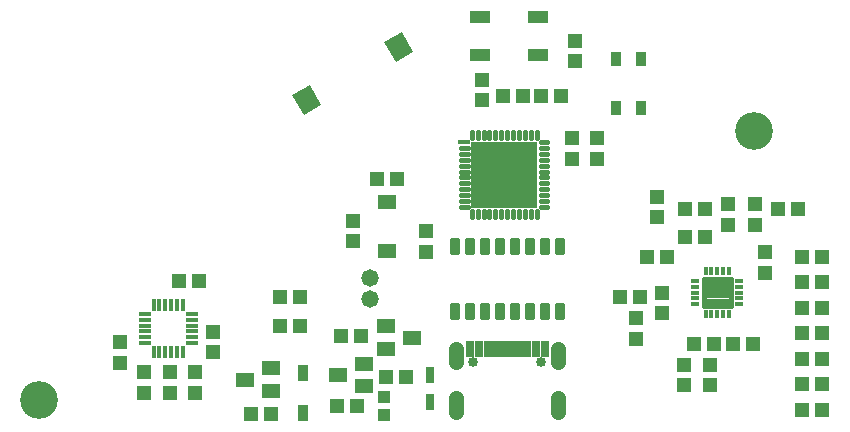
<source format=gbr>
G04 EAGLE Gerber RS-274X export*
G75*
%MOMM*%
%FSLAX34Y34*%
%LPD*%
%INSoldermask Top*%
%IPPOS*%
%AMOC8*
5,1,8,0,0,1.08239X$1,22.5*%
G01*
%ADD10C,3.203200*%
%ADD11R,1.203200X1.303200*%
%ADD12R,1.303200X1.203200*%
%ADD13R,0.723200X1.313200*%
%ADD14R,0.933200X1.413200*%
%ADD15R,1.703200X2.003200*%
%ADD16C,1.311200*%
%ADD17C,0.853200*%
%ADD18R,0.803200X1.353200*%
%ADD19R,0.503200X1.353200*%
%ADD20R,1.603200X1.203200*%
%ADD21R,1.603200X1.153200*%
%ADD22R,0.703200X0.453200*%
%ADD23R,0.453200X0.703200*%
%ADD24C,0.459544*%
%ADD25R,0.993200X0.463200*%
%ADD26R,0.463200X0.993200*%
%ADD27C,0.362206*%
%ADD28R,1.703200X1.103200*%
%ADD29C,1.473200*%
%ADD30R,0.853200X1.253200*%
%ADD31R,0.988200X0.445200*%
%ADD32C,0.445200*%
%ADD33R,5.703200X5.703200*%
%ADD34R,1.003200X1.003200*%


D10*
X-400201Y27035D03*
X205000Y255000D03*
D11*
X214630Y135010D03*
X214630Y152010D03*
X182880Y175650D03*
X182880Y192650D03*
X123190Y199000D03*
X123190Y182000D03*
X105410Y96130D03*
X105410Y79130D03*
X146050Y56760D03*
X146050Y39760D03*
X50800Y248530D03*
X50800Y231530D03*
X72390Y248530D03*
X72390Y231530D03*
X-72390Y169790D03*
X-72390Y152790D03*
X-134620Y178680D03*
X-134620Y161680D03*
X-25400Y281060D03*
X-25400Y298060D03*
X-267970Y50410D03*
X-267970Y33410D03*
D12*
X-281550Y128270D03*
X-264550Y128270D03*
D11*
X-289560Y50410D03*
X-289560Y33410D03*
X-252730Y67700D03*
X-252730Y84700D03*
D12*
X262500Y62230D03*
X245500Y62230D03*
D11*
X205740Y175650D03*
X205740Y192650D03*
D13*
X-68910Y25350D03*
X-68910Y48650D03*
D14*
X-176530Y49820D03*
X-176530Y16220D03*
D15*
G36*
X-108032Y330446D02*
X-93282Y338962D01*
X-83266Y321614D01*
X-98016Y313098D01*
X-108032Y330446D01*
G37*
G36*
X-185974Y285446D02*
X-171224Y293962D01*
X-161208Y276614D01*
X-175958Y268098D01*
X-185974Y285446D01*
G37*
D16*
X-47010Y28400D02*
X-47010Y17320D01*
X39390Y17320D02*
X39390Y28400D01*
X-47010Y59120D02*
X-47010Y70200D01*
X39390Y70200D02*
X39390Y59120D01*
D17*
X25090Y59660D03*
X-32710Y59660D03*
D18*
X-35810Y70410D03*
X28190Y70410D03*
X-27810Y70410D03*
X20190Y70410D03*
D19*
X-1310Y70410D03*
X-6310Y70410D03*
X3690Y70410D03*
X8690Y70410D03*
X13690Y70410D03*
X-11310Y70410D03*
X-16310Y70410D03*
X-21310Y70410D03*
D20*
X-203630Y34950D03*
X-203630Y53950D03*
X-225630Y44450D03*
D12*
X-311150Y33410D03*
X-311150Y50410D03*
X-331470Y58810D03*
X-331470Y75810D03*
D11*
X-179460Y90170D03*
X-196460Y90170D03*
X-196460Y114300D03*
X-179460Y114300D03*
X-220590Y15240D03*
X-203590Y15240D03*
X245500Y40640D03*
X262500Y40640D03*
X242180Y189230D03*
X225180Y189230D03*
X245500Y19050D03*
X262500Y19050D03*
X245500Y83820D03*
X262500Y83820D03*
X245500Y148590D03*
X262500Y148590D03*
X245500Y127000D03*
X262500Y127000D03*
X163440Y189230D03*
X146440Y189230D03*
X187080Y74930D03*
X204080Y74930D03*
X163440Y165100D03*
X146440Y165100D03*
X131690Y148590D03*
X114690Y148590D03*
X91830Y114300D03*
X108830Y114300D03*
D12*
X127000Y117720D03*
X127000Y100720D03*
X167640Y56760D03*
X167640Y39760D03*
D11*
X171060Y74930D03*
X154060Y74930D03*
X245500Y105410D03*
X262500Y105410D03*
X41520Y284480D03*
X24520Y284480D03*
X-7230Y284480D03*
X9770Y284480D03*
X-113910Y214630D03*
X-96910Y214630D03*
X-89290Y46990D03*
X-106290Y46990D03*
X-144390Y81280D03*
X-127390Y81280D03*
D12*
X53340Y314080D03*
X53340Y331080D03*
D21*
X-105410Y194740D03*
X-105410Y153240D03*
D20*
X-124890Y38760D03*
X-146890Y48260D03*
X-124890Y57760D03*
X-106250Y89510D03*
X-84250Y80010D03*
X-106250Y70510D03*
D22*
X192490Y108110D03*
X192490Y113110D03*
X192490Y118110D03*
X192490Y123110D03*
X192490Y128110D03*
D23*
X183990Y136610D03*
X178990Y136610D03*
X173990Y136610D03*
X168990Y136610D03*
X163990Y136610D03*
D22*
X155490Y128110D03*
X155490Y123110D03*
X155490Y118110D03*
X155490Y113110D03*
X155490Y108110D03*
D23*
X163990Y99610D03*
X168990Y99610D03*
X173990Y99610D03*
X178990Y99610D03*
X183990Y99610D03*
D24*
X185209Y129329D02*
X162771Y129329D01*
X185209Y129329D02*
X185209Y106891D01*
X162771Y106891D01*
X162771Y129329D01*
X162771Y111256D02*
X185209Y111256D01*
X185209Y115621D02*
X162771Y115621D01*
X162771Y119986D02*
X185209Y119986D01*
X185209Y124351D02*
X162771Y124351D01*
X162771Y128716D02*
X185209Y128716D01*
D25*
X-310530Y100130D03*
X-310530Y95130D03*
X-310530Y90130D03*
X-310530Y85130D03*
X-310530Y80130D03*
X-310530Y75130D03*
D26*
X-303330Y67930D03*
X-298330Y67930D03*
X-293330Y67930D03*
X-288330Y67930D03*
X-283330Y67930D03*
X-278330Y67930D03*
D25*
X-271130Y75130D03*
X-271130Y80130D03*
X-271130Y85130D03*
X-271130Y90130D03*
X-271130Y95130D03*
X-271130Y100130D03*
D26*
X-278330Y107330D03*
X-283330Y107330D03*
X-288330Y107330D03*
X-293330Y107330D03*
X-298330Y107330D03*
X-303330Y107330D03*
D27*
X-45955Y107795D02*
X-45955Y96285D01*
X-50565Y96285D01*
X-50565Y107795D01*
X-45955Y107795D01*
X-45955Y99726D02*
X-50565Y99726D01*
X-50565Y103167D02*
X-45955Y103167D01*
X-45955Y106608D02*
X-50565Y106608D01*
X-33255Y107795D02*
X-33255Y96285D01*
X-37865Y96285D01*
X-37865Y107795D01*
X-33255Y107795D01*
X-33255Y99726D02*
X-37865Y99726D01*
X-37865Y103167D02*
X-33255Y103167D01*
X-33255Y106608D02*
X-37865Y106608D01*
X-20555Y107795D02*
X-20555Y96285D01*
X-25165Y96285D01*
X-25165Y107795D01*
X-20555Y107795D01*
X-20555Y99726D02*
X-25165Y99726D01*
X-25165Y103167D02*
X-20555Y103167D01*
X-20555Y106608D02*
X-25165Y106608D01*
X-7855Y107795D02*
X-7855Y96285D01*
X-12465Y96285D01*
X-12465Y107795D01*
X-7855Y107795D01*
X-7855Y99726D02*
X-12465Y99726D01*
X-12465Y103167D02*
X-7855Y103167D01*
X-7855Y106608D02*
X-12465Y106608D01*
X4845Y107795D02*
X4845Y96285D01*
X235Y96285D01*
X235Y107795D01*
X4845Y107795D01*
X4845Y99726D02*
X235Y99726D01*
X235Y103167D02*
X4845Y103167D01*
X4845Y106608D02*
X235Y106608D01*
X17545Y107795D02*
X17545Y96285D01*
X12935Y96285D01*
X12935Y107795D01*
X17545Y107795D01*
X17545Y99726D02*
X12935Y99726D01*
X12935Y103167D02*
X17545Y103167D01*
X17545Y106608D02*
X12935Y106608D01*
X30245Y107795D02*
X30245Y96285D01*
X25635Y96285D01*
X25635Y107795D01*
X30245Y107795D01*
X30245Y99726D02*
X25635Y99726D01*
X25635Y103167D02*
X30245Y103167D01*
X30245Y106608D02*
X25635Y106608D01*
X42945Y107795D02*
X42945Y96285D01*
X38335Y96285D01*
X38335Y107795D01*
X42945Y107795D01*
X42945Y99726D02*
X38335Y99726D01*
X38335Y103167D02*
X42945Y103167D01*
X42945Y106608D02*
X38335Y106608D01*
X42945Y151285D02*
X42945Y162795D01*
X42945Y151285D02*
X38335Y151285D01*
X38335Y162795D01*
X42945Y162795D01*
X42945Y154726D02*
X38335Y154726D01*
X38335Y158167D02*
X42945Y158167D01*
X42945Y161608D02*
X38335Y161608D01*
X30245Y162795D02*
X30245Y151285D01*
X25635Y151285D01*
X25635Y162795D01*
X30245Y162795D01*
X30245Y154726D02*
X25635Y154726D01*
X25635Y158167D02*
X30245Y158167D01*
X30245Y161608D02*
X25635Y161608D01*
X17545Y162795D02*
X17545Y151285D01*
X12935Y151285D01*
X12935Y162795D01*
X17545Y162795D01*
X17545Y154726D02*
X12935Y154726D01*
X12935Y158167D02*
X17545Y158167D01*
X17545Y161608D02*
X12935Y161608D01*
X4845Y162795D02*
X4845Y151285D01*
X235Y151285D01*
X235Y162795D01*
X4845Y162795D01*
X4845Y154726D02*
X235Y154726D01*
X235Y158167D02*
X4845Y158167D01*
X4845Y161608D02*
X235Y161608D01*
X-7855Y162795D02*
X-7855Y151285D01*
X-12465Y151285D01*
X-12465Y162795D01*
X-7855Y162795D01*
X-7855Y154726D02*
X-12465Y154726D01*
X-12465Y158167D02*
X-7855Y158167D01*
X-7855Y161608D02*
X-12465Y161608D01*
X-20555Y162795D02*
X-20555Y151285D01*
X-25165Y151285D01*
X-25165Y162795D01*
X-20555Y162795D01*
X-20555Y154726D02*
X-25165Y154726D01*
X-25165Y158167D02*
X-20555Y158167D01*
X-20555Y161608D02*
X-25165Y161608D01*
X-33255Y162795D02*
X-33255Y151285D01*
X-37865Y151285D01*
X-37865Y162795D01*
X-33255Y162795D01*
X-33255Y154726D02*
X-37865Y154726D01*
X-37865Y158167D02*
X-33255Y158167D01*
X-33255Y161608D02*
X-37865Y161608D01*
X-45955Y162795D02*
X-45955Y151285D01*
X-50565Y151285D01*
X-50565Y162795D01*
X-45955Y162795D01*
X-45955Y154726D02*
X-50565Y154726D01*
X-50565Y158167D02*
X-45955Y158167D01*
X-45955Y161608D02*
X-50565Y161608D01*
D28*
X21960Y318780D03*
X21960Y351780D03*
X-27040Y351780D03*
X-27040Y318780D03*
D29*
X-120106Y112334D03*
X-120084Y130576D03*
D30*
X109299Y315873D03*
X109299Y274373D03*
X87799Y315873D03*
X87799Y274373D03*
D31*
X-40099Y245493D03*
D32*
X-42814Y240493D02*
X-37384Y240493D01*
X-37384Y235493D02*
X-42814Y235493D01*
X-42814Y230493D02*
X-37384Y230493D01*
X-37384Y225493D02*
X-42814Y225493D01*
X-42814Y220493D02*
X-37384Y220493D01*
X-37384Y215493D02*
X-42814Y215493D01*
X-42814Y210493D02*
X-37384Y210493D01*
X-37384Y205493D02*
X-42814Y205493D01*
X-42814Y200493D02*
X-37384Y200493D01*
X-37384Y195493D02*
X-42814Y195493D01*
X-42814Y190493D02*
X-37384Y190493D01*
X24446Y190493D02*
X29876Y190493D01*
X29876Y195493D02*
X24446Y195493D01*
X24446Y200493D02*
X29876Y200493D01*
X29876Y205493D02*
X24446Y205493D01*
X24446Y210493D02*
X29876Y210493D01*
X29876Y215493D02*
X24446Y215493D01*
X24446Y220493D02*
X29876Y220493D01*
X29876Y225493D02*
X24446Y225493D01*
X24446Y230493D02*
X29876Y230493D01*
X29876Y235493D02*
X24446Y235493D01*
X24446Y240493D02*
X29876Y240493D01*
X29876Y245493D02*
X24446Y245493D01*
X-33969Y187078D02*
X-33969Y181648D01*
X-28969Y181648D02*
X-28969Y187078D01*
X-23969Y187078D02*
X-23969Y181648D01*
X-18969Y181648D02*
X-18969Y187078D01*
X-13969Y187078D02*
X-13969Y181648D01*
X-8969Y181648D02*
X-8969Y187078D01*
X-3969Y187078D02*
X-3969Y181648D01*
X1031Y181648D02*
X1031Y187078D01*
X6031Y187078D02*
X6031Y181648D01*
X11031Y181648D02*
X11031Y187078D01*
X16031Y187078D02*
X16031Y181648D01*
X21031Y181648D02*
X21031Y187078D01*
X21031Y248908D02*
X21031Y254338D01*
X16031Y254338D02*
X16031Y248908D01*
X11031Y248908D02*
X11031Y254338D01*
X6031Y254338D02*
X6031Y248908D01*
X1031Y248908D02*
X1031Y254338D01*
X-3969Y254338D02*
X-3969Y248908D01*
X-8969Y248908D02*
X-8969Y254338D01*
X-13969Y254338D02*
X-13969Y248908D01*
X-18969Y248908D02*
X-18969Y254338D01*
X-23969Y254338D02*
X-23969Y248908D01*
X-28969Y248908D02*
X-28969Y254338D01*
X-33969Y254338D02*
X-33969Y248908D01*
D33*
X-6469Y217993D03*
D34*
X-107991Y29697D03*
X-107991Y14697D03*
D11*
X-148403Y22197D03*
X-131403Y22197D03*
M02*

</source>
